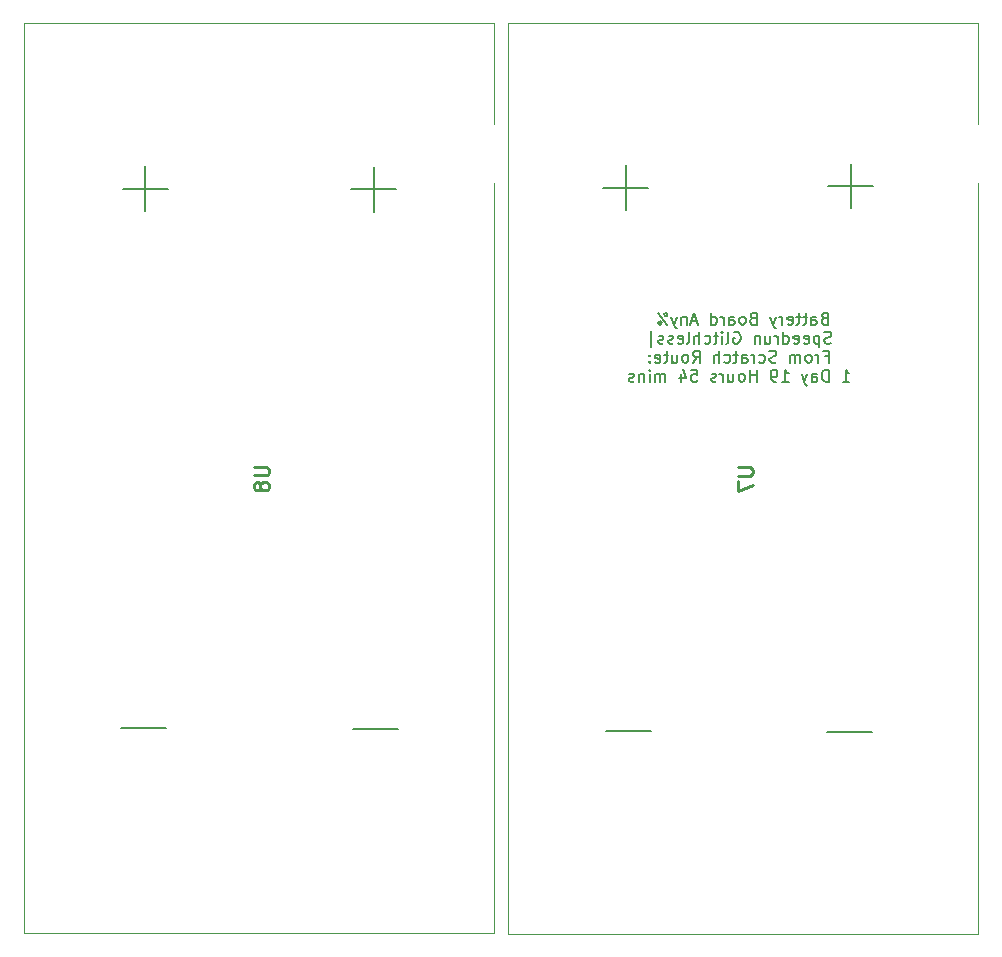
<source format=gbr>
%TF.GenerationSoftware,KiCad,Pcbnew,(6.0.7)*%
%TF.CreationDate,2023-03-29T01:01:16-07:00*%
%TF.ProjectId,battery_board_v1,62617474-6572-4795-9f62-6f6172645f76,rev?*%
%TF.SameCoordinates,Original*%
%TF.FileFunction,Legend,Bot*%
%TF.FilePolarity,Positive*%
%FSLAX46Y46*%
G04 Gerber Fmt 4.6, Leading zero omitted, Abs format (unit mm)*
G04 Created by KiCad (PCBNEW (6.0.7)) date 2023-03-29 01:01:16*
%MOMM*%
%LPD*%
G01*
G04 APERTURE LIST*
%ADD10C,0.150000*%
%ADD11C,0.254000*%
%ADD12C,0.100000*%
%ADD13C,0.500000*%
%ADD14C,4.770000*%
%ADD15C,5.325000*%
%ADD16C,3.570000*%
%ADD17C,1.980000*%
%ADD18C,5.000000*%
%ADD19C,2.000000*%
%ADD20R,1.700000X1.700000*%
%ADD21O,1.700000X1.700000*%
%ADD22R,1.508000X1.508000*%
%ADD23C,1.508000*%
%ADD24C,1.800000*%
G04 APERTURE END LIST*
D10*
X185954761Y-110882142D02*
X182145238Y-110882142D01*
X167254761Y-110757142D02*
X163445238Y-110757142D01*
X145829761Y-110632142D02*
X142020238Y-110632142D01*
X186029761Y-64632142D02*
X182220238Y-64632142D01*
X184125000Y-66536904D02*
X184125000Y-62727380D01*
X166979761Y-64782142D02*
X163170238Y-64782142D01*
X165075000Y-66686904D02*
X165075000Y-62877380D01*
X145654761Y-64907142D02*
X141845238Y-64907142D01*
X143750000Y-66811904D02*
X143750000Y-63002380D01*
X126279761Y-64873142D02*
X122470238Y-64873142D01*
X124375000Y-66777904D02*
X124375000Y-62968380D01*
X181889285Y-75838571D02*
X181746428Y-75886190D01*
X181698809Y-75933809D01*
X181651190Y-76029047D01*
X181651190Y-76171904D01*
X181698809Y-76267142D01*
X181746428Y-76314761D01*
X181841666Y-76362380D01*
X182222619Y-76362380D01*
X182222619Y-75362380D01*
X181889285Y-75362380D01*
X181794047Y-75410000D01*
X181746428Y-75457619D01*
X181698809Y-75552857D01*
X181698809Y-75648095D01*
X181746428Y-75743333D01*
X181794047Y-75790952D01*
X181889285Y-75838571D01*
X182222619Y-75838571D01*
X180794047Y-76362380D02*
X180794047Y-75838571D01*
X180841666Y-75743333D01*
X180936904Y-75695714D01*
X181127380Y-75695714D01*
X181222619Y-75743333D01*
X180794047Y-76314761D02*
X180889285Y-76362380D01*
X181127380Y-76362380D01*
X181222619Y-76314761D01*
X181270238Y-76219523D01*
X181270238Y-76124285D01*
X181222619Y-76029047D01*
X181127380Y-75981428D01*
X180889285Y-75981428D01*
X180794047Y-75933809D01*
X180460714Y-75695714D02*
X180079761Y-75695714D01*
X180317857Y-75362380D02*
X180317857Y-76219523D01*
X180270238Y-76314761D01*
X180175000Y-76362380D01*
X180079761Y-76362380D01*
X179889285Y-75695714D02*
X179508333Y-75695714D01*
X179746428Y-75362380D02*
X179746428Y-76219523D01*
X179698809Y-76314761D01*
X179603571Y-76362380D01*
X179508333Y-76362380D01*
X178794047Y-76314761D02*
X178889285Y-76362380D01*
X179079761Y-76362380D01*
X179175000Y-76314761D01*
X179222619Y-76219523D01*
X179222619Y-75838571D01*
X179175000Y-75743333D01*
X179079761Y-75695714D01*
X178889285Y-75695714D01*
X178794047Y-75743333D01*
X178746428Y-75838571D01*
X178746428Y-75933809D01*
X179222619Y-76029047D01*
X178317857Y-76362380D02*
X178317857Y-75695714D01*
X178317857Y-75886190D02*
X178270238Y-75790952D01*
X178222619Y-75743333D01*
X178127380Y-75695714D01*
X178032142Y-75695714D01*
X177794047Y-75695714D02*
X177555952Y-76362380D01*
X177317857Y-75695714D02*
X177555952Y-76362380D01*
X177651190Y-76600476D01*
X177698809Y-76648095D01*
X177794047Y-76695714D01*
X175841666Y-75838571D02*
X175698809Y-75886190D01*
X175651190Y-75933809D01*
X175603571Y-76029047D01*
X175603571Y-76171904D01*
X175651190Y-76267142D01*
X175698809Y-76314761D01*
X175794047Y-76362380D01*
X176175000Y-76362380D01*
X176175000Y-75362380D01*
X175841666Y-75362380D01*
X175746428Y-75410000D01*
X175698809Y-75457619D01*
X175651190Y-75552857D01*
X175651190Y-75648095D01*
X175698809Y-75743333D01*
X175746428Y-75790952D01*
X175841666Y-75838571D01*
X176175000Y-75838571D01*
X175032142Y-76362380D02*
X175127380Y-76314761D01*
X175175000Y-76267142D01*
X175222619Y-76171904D01*
X175222619Y-75886190D01*
X175175000Y-75790952D01*
X175127380Y-75743333D01*
X175032142Y-75695714D01*
X174889285Y-75695714D01*
X174794047Y-75743333D01*
X174746428Y-75790952D01*
X174698809Y-75886190D01*
X174698809Y-76171904D01*
X174746428Y-76267142D01*
X174794047Y-76314761D01*
X174889285Y-76362380D01*
X175032142Y-76362380D01*
X173841666Y-76362380D02*
X173841666Y-75838571D01*
X173889285Y-75743333D01*
X173984523Y-75695714D01*
X174175000Y-75695714D01*
X174270238Y-75743333D01*
X173841666Y-76314761D02*
X173936904Y-76362380D01*
X174175000Y-76362380D01*
X174270238Y-76314761D01*
X174317857Y-76219523D01*
X174317857Y-76124285D01*
X174270238Y-76029047D01*
X174175000Y-75981428D01*
X173936904Y-75981428D01*
X173841666Y-75933809D01*
X173365476Y-76362380D02*
X173365476Y-75695714D01*
X173365476Y-75886190D02*
X173317857Y-75790952D01*
X173270238Y-75743333D01*
X173175000Y-75695714D01*
X173079761Y-75695714D01*
X172317857Y-76362380D02*
X172317857Y-75362380D01*
X172317857Y-76314761D02*
X172413095Y-76362380D01*
X172603571Y-76362380D01*
X172698809Y-76314761D01*
X172746428Y-76267142D01*
X172794047Y-76171904D01*
X172794047Y-75886190D01*
X172746428Y-75790952D01*
X172698809Y-75743333D01*
X172603571Y-75695714D01*
X172413095Y-75695714D01*
X172317857Y-75743333D01*
X171127380Y-76076666D02*
X170651190Y-76076666D01*
X171222619Y-76362380D02*
X170889285Y-75362380D01*
X170555952Y-76362380D01*
X170222619Y-75695714D02*
X170222619Y-76362380D01*
X170222619Y-75790952D02*
X170175000Y-75743333D01*
X170079761Y-75695714D01*
X169936904Y-75695714D01*
X169841666Y-75743333D01*
X169794047Y-75838571D01*
X169794047Y-76362380D01*
X169413095Y-75695714D02*
X169175000Y-76362380D01*
X168936904Y-75695714D02*
X169175000Y-76362380D01*
X169270238Y-76600476D01*
X169317857Y-76648095D01*
X169413095Y-76695714D01*
X168603571Y-76362380D02*
X167841666Y-75362380D01*
X168460714Y-75362380D02*
X168365476Y-75410000D01*
X168317857Y-75505238D01*
X168365476Y-75600476D01*
X168460714Y-75648095D01*
X168555952Y-75600476D01*
X168603571Y-75505238D01*
X168555952Y-75410000D01*
X168460714Y-75362380D01*
X167889285Y-76314761D02*
X167841666Y-76219523D01*
X167889285Y-76124285D01*
X167984523Y-76076666D01*
X168079761Y-76124285D01*
X168127380Y-76219523D01*
X168079761Y-76314761D01*
X167984523Y-76362380D01*
X167889285Y-76314761D01*
X182460714Y-77924761D02*
X182317857Y-77972380D01*
X182079761Y-77972380D01*
X181984523Y-77924761D01*
X181936904Y-77877142D01*
X181889285Y-77781904D01*
X181889285Y-77686666D01*
X181936904Y-77591428D01*
X181984523Y-77543809D01*
X182079761Y-77496190D01*
X182270238Y-77448571D01*
X182365476Y-77400952D01*
X182413095Y-77353333D01*
X182460714Y-77258095D01*
X182460714Y-77162857D01*
X182413095Y-77067619D01*
X182365476Y-77020000D01*
X182270238Y-76972380D01*
X182032142Y-76972380D01*
X181889285Y-77020000D01*
X181460714Y-77305714D02*
X181460714Y-78305714D01*
X181460714Y-77353333D02*
X181365476Y-77305714D01*
X181175000Y-77305714D01*
X181079761Y-77353333D01*
X181032142Y-77400952D01*
X180984523Y-77496190D01*
X180984523Y-77781904D01*
X181032142Y-77877142D01*
X181079761Y-77924761D01*
X181175000Y-77972380D01*
X181365476Y-77972380D01*
X181460714Y-77924761D01*
X180175000Y-77924761D02*
X180270238Y-77972380D01*
X180460714Y-77972380D01*
X180555952Y-77924761D01*
X180603571Y-77829523D01*
X180603571Y-77448571D01*
X180555952Y-77353333D01*
X180460714Y-77305714D01*
X180270238Y-77305714D01*
X180175000Y-77353333D01*
X180127380Y-77448571D01*
X180127380Y-77543809D01*
X180603571Y-77639047D01*
X179317857Y-77924761D02*
X179413095Y-77972380D01*
X179603571Y-77972380D01*
X179698809Y-77924761D01*
X179746428Y-77829523D01*
X179746428Y-77448571D01*
X179698809Y-77353333D01*
X179603571Y-77305714D01*
X179413095Y-77305714D01*
X179317857Y-77353333D01*
X179270238Y-77448571D01*
X179270238Y-77543809D01*
X179746428Y-77639047D01*
X178413095Y-77972380D02*
X178413095Y-76972380D01*
X178413095Y-77924761D02*
X178508333Y-77972380D01*
X178698809Y-77972380D01*
X178794047Y-77924761D01*
X178841666Y-77877142D01*
X178889285Y-77781904D01*
X178889285Y-77496190D01*
X178841666Y-77400952D01*
X178794047Y-77353333D01*
X178698809Y-77305714D01*
X178508333Y-77305714D01*
X178413095Y-77353333D01*
X177936904Y-77972380D02*
X177936904Y-77305714D01*
X177936904Y-77496190D02*
X177889285Y-77400952D01*
X177841666Y-77353333D01*
X177746428Y-77305714D01*
X177651190Y-77305714D01*
X176889285Y-77305714D02*
X176889285Y-77972380D01*
X177317857Y-77305714D02*
X177317857Y-77829523D01*
X177270238Y-77924761D01*
X177175000Y-77972380D01*
X177032142Y-77972380D01*
X176936904Y-77924761D01*
X176889285Y-77877142D01*
X176413095Y-77305714D02*
X176413095Y-77972380D01*
X176413095Y-77400952D02*
X176365476Y-77353333D01*
X176270238Y-77305714D01*
X176127380Y-77305714D01*
X176032142Y-77353333D01*
X175984523Y-77448571D01*
X175984523Y-77972380D01*
X174222619Y-77020000D02*
X174317857Y-76972380D01*
X174460714Y-76972380D01*
X174603571Y-77020000D01*
X174698809Y-77115238D01*
X174746428Y-77210476D01*
X174794047Y-77400952D01*
X174794047Y-77543809D01*
X174746428Y-77734285D01*
X174698809Y-77829523D01*
X174603571Y-77924761D01*
X174460714Y-77972380D01*
X174365476Y-77972380D01*
X174222619Y-77924761D01*
X174175000Y-77877142D01*
X174175000Y-77543809D01*
X174365476Y-77543809D01*
X173603571Y-77972380D02*
X173698809Y-77924761D01*
X173746428Y-77829523D01*
X173746428Y-76972380D01*
X173222619Y-77972380D02*
X173222619Y-77305714D01*
X173222619Y-76972380D02*
X173270238Y-77020000D01*
X173222619Y-77067619D01*
X173175000Y-77020000D01*
X173222619Y-76972380D01*
X173222619Y-77067619D01*
X172889285Y-77305714D02*
X172508333Y-77305714D01*
X172746428Y-76972380D02*
X172746428Y-77829523D01*
X172698809Y-77924761D01*
X172603571Y-77972380D01*
X172508333Y-77972380D01*
X171746428Y-77924761D02*
X171841666Y-77972380D01*
X172032142Y-77972380D01*
X172127380Y-77924761D01*
X172175000Y-77877142D01*
X172222619Y-77781904D01*
X172222619Y-77496190D01*
X172175000Y-77400952D01*
X172127380Y-77353333D01*
X172032142Y-77305714D01*
X171841666Y-77305714D01*
X171746428Y-77353333D01*
X171317857Y-77972380D02*
X171317857Y-76972380D01*
X170889285Y-77972380D02*
X170889285Y-77448571D01*
X170936904Y-77353333D01*
X171032142Y-77305714D01*
X171175000Y-77305714D01*
X171270238Y-77353333D01*
X171317857Y-77400952D01*
X170270238Y-77972380D02*
X170365476Y-77924761D01*
X170413095Y-77829523D01*
X170413095Y-76972380D01*
X169508333Y-77924761D02*
X169603571Y-77972380D01*
X169794047Y-77972380D01*
X169889285Y-77924761D01*
X169936904Y-77829523D01*
X169936904Y-77448571D01*
X169889285Y-77353333D01*
X169794047Y-77305714D01*
X169603571Y-77305714D01*
X169508333Y-77353333D01*
X169460714Y-77448571D01*
X169460714Y-77543809D01*
X169936904Y-77639047D01*
X169079761Y-77924761D02*
X168984523Y-77972380D01*
X168794047Y-77972380D01*
X168698809Y-77924761D01*
X168651190Y-77829523D01*
X168651190Y-77781904D01*
X168698809Y-77686666D01*
X168794047Y-77639047D01*
X168936904Y-77639047D01*
X169032142Y-77591428D01*
X169079761Y-77496190D01*
X169079761Y-77448571D01*
X169032142Y-77353333D01*
X168936904Y-77305714D01*
X168794047Y-77305714D01*
X168698809Y-77353333D01*
X168270238Y-77924761D02*
X168175000Y-77972380D01*
X167984523Y-77972380D01*
X167889285Y-77924761D01*
X167841666Y-77829523D01*
X167841666Y-77781904D01*
X167889285Y-77686666D01*
X167984523Y-77639047D01*
X168127380Y-77639047D01*
X168222619Y-77591428D01*
X168270238Y-77496190D01*
X168270238Y-77448571D01*
X168222619Y-77353333D01*
X168127380Y-77305714D01*
X167984523Y-77305714D01*
X167889285Y-77353333D01*
X167175000Y-78305714D02*
X167175000Y-76877142D01*
X181913095Y-79058571D02*
X182246428Y-79058571D01*
X182246428Y-79582380D02*
X182246428Y-78582380D01*
X181770238Y-78582380D01*
X181389285Y-79582380D02*
X181389285Y-78915714D01*
X181389285Y-79106190D02*
X181341666Y-79010952D01*
X181294047Y-78963333D01*
X181198809Y-78915714D01*
X181103571Y-78915714D01*
X180627380Y-79582380D02*
X180722619Y-79534761D01*
X180770238Y-79487142D01*
X180817857Y-79391904D01*
X180817857Y-79106190D01*
X180770238Y-79010952D01*
X180722619Y-78963333D01*
X180627380Y-78915714D01*
X180484523Y-78915714D01*
X180389285Y-78963333D01*
X180341666Y-79010952D01*
X180294047Y-79106190D01*
X180294047Y-79391904D01*
X180341666Y-79487142D01*
X180389285Y-79534761D01*
X180484523Y-79582380D01*
X180627380Y-79582380D01*
X179865476Y-79582380D02*
X179865476Y-78915714D01*
X179865476Y-79010952D02*
X179817857Y-78963333D01*
X179722619Y-78915714D01*
X179579761Y-78915714D01*
X179484523Y-78963333D01*
X179436904Y-79058571D01*
X179436904Y-79582380D01*
X179436904Y-79058571D02*
X179389285Y-78963333D01*
X179294047Y-78915714D01*
X179151190Y-78915714D01*
X179055952Y-78963333D01*
X179008333Y-79058571D01*
X179008333Y-79582380D01*
X177817857Y-79534761D02*
X177675000Y-79582380D01*
X177436904Y-79582380D01*
X177341666Y-79534761D01*
X177294047Y-79487142D01*
X177246428Y-79391904D01*
X177246428Y-79296666D01*
X177294047Y-79201428D01*
X177341666Y-79153809D01*
X177436904Y-79106190D01*
X177627380Y-79058571D01*
X177722619Y-79010952D01*
X177770238Y-78963333D01*
X177817857Y-78868095D01*
X177817857Y-78772857D01*
X177770238Y-78677619D01*
X177722619Y-78630000D01*
X177627380Y-78582380D01*
X177389285Y-78582380D01*
X177246428Y-78630000D01*
X176389285Y-79534761D02*
X176484523Y-79582380D01*
X176675000Y-79582380D01*
X176770238Y-79534761D01*
X176817857Y-79487142D01*
X176865476Y-79391904D01*
X176865476Y-79106190D01*
X176817857Y-79010952D01*
X176770238Y-78963333D01*
X176675000Y-78915714D01*
X176484523Y-78915714D01*
X176389285Y-78963333D01*
X175960714Y-79582380D02*
X175960714Y-78915714D01*
X175960714Y-79106190D02*
X175913095Y-79010952D01*
X175865476Y-78963333D01*
X175770238Y-78915714D01*
X175675000Y-78915714D01*
X174913095Y-79582380D02*
X174913095Y-79058571D01*
X174960714Y-78963333D01*
X175055952Y-78915714D01*
X175246428Y-78915714D01*
X175341666Y-78963333D01*
X174913095Y-79534761D02*
X175008333Y-79582380D01*
X175246428Y-79582380D01*
X175341666Y-79534761D01*
X175389285Y-79439523D01*
X175389285Y-79344285D01*
X175341666Y-79249047D01*
X175246428Y-79201428D01*
X175008333Y-79201428D01*
X174913095Y-79153809D01*
X174579761Y-78915714D02*
X174198809Y-78915714D01*
X174436904Y-78582380D02*
X174436904Y-79439523D01*
X174389285Y-79534761D01*
X174294047Y-79582380D01*
X174198809Y-79582380D01*
X173436904Y-79534761D02*
X173532142Y-79582380D01*
X173722619Y-79582380D01*
X173817857Y-79534761D01*
X173865476Y-79487142D01*
X173913095Y-79391904D01*
X173913095Y-79106190D01*
X173865476Y-79010952D01*
X173817857Y-78963333D01*
X173722619Y-78915714D01*
X173532142Y-78915714D01*
X173436904Y-78963333D01*
X173008333Y-79582380D02*
X173008333Y-78582380D01*
X172579761Y-79582380D02*
X172579761Y-79058571D01*
X172627380Y-78963333D01*
X172722619Y-78915714D01*
X172865476Y-78915714D01*
X172960714Y-78963333D01*
X173008333Y-79010952D01*
X170770238Y-79582380D02*
X171103571Y-79106190D01*
X171341666Y-79582380D02*
X171341666Y-78582380D01*
X170960714Y-78582380D01*
X170865476Y-78630000D01*
X170817857Y-78677619D01*
X170770238Y-78772857D01*
X170770238Y-78915714D01*
X170817857Y-79010952D01*
X170865476Y-79058571D01*
X170960714Y-79106190D01*
X171341666Y-79106190D01*
X170198809Y-79582380D02*
X170294047Y-79534761D01*
X170341666Y-79487142D01*
X170389285Y-79391904D01*
X170389285Y-79106190D01*
X170341666Y-79010952D01*
X170294047Y-78963333D01*
X170198809Y-78915714D01*
X170055952Y-78915714D01*
X169960714Y-78963333D01*
X169913095Y-79010952D01*
X169865476Y-79106190D01*
X169865476Y-79391904D01*
X169913095Y-79487142D01*
X169960714Y-79534761D01*
X170055952Y-79582380D01*
X170198809Y-79582380D01*
X169008333Y-78915714D02*
X169008333Y-79582380D01*
X169436904Y-78915714D02*
X169436904Y-79439523D01*
X169389285Y-79534761D01*
X169294047Y-79582380D01*
X169151190Y-79582380D01*
X169055952Y-79534761D01*
X169008333Y-79487142D01*
X168675000Y-78915714D02*
X168294047Y-78915714D01*
X168532142Y-78582380D02*
X168532142Y-79439523D01*
X168484523Y-79534761D01*
X168389285Y-79582380D01*
X168294047Y-79582380D01*
X167579761Y-79534761D02*
X167675000Y-79582380D01*
X167865476Y-79582380D01*
X167960714Y-79534761D01*
X168008333Y-79439523D01*
X168008333Y-79058571D01*
X167960714Y-78963333D01*
X167865476Y-78915714D01*
X167675000Y-78915714D01*
X167579761Y-78963333D01*
X167532142Y-79058571D01*
X167532142Y-79153809D01*
X168008333Y-79249047D01*
X167103571Y-79487142D02*
X167055952Y-79534761D01*
X167103571Y-79582380D01*
X167151190Y-79534761D01*
X167103571Y-79487142D01*
X167103571Y-79582380D01*
X167103571Y-78963333D02*
X167055952Y-79010952D01*
X167103571Y-79058571D01*
X167151190Y-79010952D01*
X167103571Y-78963333D01*
X167103571Y-79058571D01*
X183436904Y-81192380D02*
X184008333Y-81192380D01*
X183722619Y-81192380D02*
X183722619Y-80192380D01*
X183817857Y-80335238D01*
X183913095Y-80430476D01*
X184008333Y-80478095D01*
X182246428Y-81192380D02*
X182246428Y-80192380D01*
X182008333Y-80192380D01*
X181865476Y-80240000D01*
X181770238Y-80335238D01*
X181722619Y-80430476D01*
X181675000Y-80620952D01*
X181675000Y-80763809D01*
X181722619Y-80954285D01*
X181770238Y-81049523D01*
X181865476Y-81144761D01*
X182008333Y-81192380D01*
X182246428Y-81192380D01*
X180817857Y-81192380D02*
X180817857Y-80668571D01*
X180865476Y-80573333D01*
X180960714Y-80525714D01*
X181151190Y-80525714D01*
X181246428Y-80573333D01*
X180817857Y-81144761D02*
X180913095Y-81192380D01*
X181151190Y-81192380D01*
X181246428Y-81144761D01*
X181294047Y-81049523D01*
X181294047Y-80954285D01*
X181246428Y-80859047D01*
X181151190Y-80811428D01*
X180913095Y-80811428D01*
X180817857Y-80763809D01*
X180436904Y-80525714D02*
X180198809Y-81192380D01*
X179960714Y-80525714D02*
X180198809Y-81192380D01*
X180294047Y-81430476D01*
X180341666Y-81478095D01*
X180436904Y-81525714D01*
X178294047Y-81192380D02*
X178865476Y-81192380D01*
X178579761Y-81192380D02*
X178579761Y-80192380D01*
X178675000Y-80335238D01*
X178770238Y-80430476D01*
X178865476Y-80478095D01*
X177817857Y-81192380D02*
X177627380Y-81192380D01*
X177532142Y-81144761D01*
X177484523Y-81097142D01*
X177389285Y-80954285D01*
X177341666Y-80763809D01*
X177341666Y-80382857D01*
X177389285Y-80287619D01*
X177436904Y-80240000D01*
X177532142Y-80192380D01*
X177722619Y-80192380D01*
X177817857Y-80240000D01*
X177865476Y-80287619D01*
X177913095Y-80382857D01*
X177913095Y-80620952D01*
X177865476Y-80716190D01*
X177817857Y-80763809D01*
X177722619Y-80811428D01*
X177532142Y-80811428D01*
X177436904Y-80763809D01*
X177389285Y-80716190D01*
X177341666Y-80620952D01*
X176151190Y-81192380D02*
X176151190Y-80192380D01*
X176151190Y-80668571D02*
X175579761Y-80668571D01*
X175579761Y-81192380D02*
X175579761Y-80192380D01*
X174960714Y-81192380D02*
X175055952Y-81144761D01*
X175103571Y-81097142D01*
X175151190Y-81001904D01*
X175151190Y-80716190D01*
X175103571Y-80620952D01*
X175055952Y-80573333D01*
X174960714Y-80525714D01*
X174817857Y-80525714D01*
X174722619Y-80573333D01*
X174675000Y-80620952D01*
X174627380Y-80716190D01*
X174627380Y-81001904D01*
X174675000Y-81097142D01*
X174722619Y-81144761D01*
X174817857Y-81192380D01*
X174960714Y-81192380D01*
X173770238Y-80525714D02*
X173770238Y-81192380D01*
X174198809Y-80525714D02*
X174198809Y-81049523D01*
X174151190Y-81144761D01*
X174055952Y-81192380D01*
X173913095Y-81192380D01*
X173817857Y-81144761D01*
X173770238Y-81097142D01*
X173294047Y-81192380D02*
X173294047Y-80525714D01*
X173294047Y-80716190D02*
X173246428Y-80620952D01*
X173198809Y-80573333D01*
X173103571Y-80525714D01*
X173008333Y-80525714D01*
X172722619Y-81144761D02*
X172627380Y-81192380D01*
X172436904Y-81192380D01*
X172341666Y-81144761D01*
X172294047Y-81049523D01*
X172294047Y-81001904D01*
X172341666Y-80906666D01*
X172436904Y-80859047D01*
X172579761Y-80859047D01*
X172675000Y-80811428D01*
X172722619Y-80716190D01*
X172722619Y-80668571D01*
X172675000Y-80573333D01*
X172579761Y-80525714D01*
X172436904Y-80525714D01*
X172341666Y-80573333D01*
X170627380Y-80192380D02*
X171103571Y-80192380D01*
X171151190Y-80668571D01*
X171103571Y-80620952D01*
X171008333Y-80573333D01*
X170770238Y-80573333D01*
X170675000Y-80620952D01*
X170627380Y-80668571D01*
X170579761Y-80763809D01*
X170579761Y-81001904D01*
X170627380Y-81097142D01*
X170675000Y-81144761D01*
X170770238Y-81192380D01*
X171008333Y-81192380D01*
X171103571Y-81144761D01*
X171151190Y-81097142D01*
X169722619Y-80525714D02*
X169722619Y-81192380D01*
X169960714Y-80144761D02*
X170198809Y-80859047D01*
X169579761Y-80859047D01*
X168436904Y-81192380D02*
X168436904Y-80525714D01*
X168436904Y-80620952D02*
X168389285Y-80573333D01*
X168294047Y-80525714D01*
X168151190Y-80525714D01*
X168055952Y-80573333D01*
X168008333Y-80668571D01*
X168008333Y-81192380D01*
X168008333Y-80668571D02*
X167960714Y-80573333D01*
X167865476Y-80525714D01*
X167722619Y-80525714D01*
X167627380Y-80573333D01*
X167579761Y-80668571D01*
X167579761Y-81192380D01*
X167103571Y-81192380D02*
X167103571Y-80525714D01*
X167103571Y-80192380D02*
X167151190Y-80240000D01*
X167103571Y-80287619D01*
X167055952Y-80240000D01*
X167103571Y-80192380D01*
X167103571Y-80287619D01*
X166627380Y-80525714D02*
X166627380Y-81192380D01*
X166627380Y-80620952D02*
X166579761Y-80573333D01*
X166484523Y-80525714D01*
X166341666Y-80525714D01*
X166246428Y-80573333D01*
X166198809Y-80668571D01*
X166198809Y-81192380D01*
X165770238Y-81144761D02*
X165675000Y-81192380D01*
X165484523Y-81192380D01*
X165389285Y-81144761D01*
X165341666Y-81049523D01*
X165341666Y-81001904D01*
X165389285Y-80906666D01*
X165484523Y-80859047D01*
X165627380Y-80859047D01*
X165722619Y-80811428D01*
X165770238Y-80716190D01*
X165770238Y-80668571D01*
X165722619Y-80573333D01*
X165627380Y-80525714D01*
X165484523Y-80525714D01*
X165389285Y-80573333D01*
X126179761Y-110482142D02*
X122370238Y-110482142D01*
D11*
%TO.C,U7*%
X174545523Y-88432380D02*
X175573619Y-88432380D01*
X175694571Y-88492857D01*
X175755047Y-88553333D01*
X175815523Y-88674285D01*
X175815523Y-88916190D01*
X175755047Y-89037142D01*
X175694571Y-89097619D01*
X175573619Y-89158095D01*
X174545523Y-89158095D01*
X174545523Y-89641904D02*
X174545523Y-90488571D01*
X175815523Y-89944285D01*
%TO.C,U8*%
X133604023Y-88407380D02*
X134632119Y-88407380D01*
X134753071Y-88467857D01*
X134813547Y-88528333D01*
X134874023Y-88649285D01*
X134874023Y-88891190D01*
X134813547Y-89012142D01*
X134753071Y-89072619D01*
X134632119Y-89133095D01*
X133604023Y-89133095D01*
X134148309Y-89919285D02*
X134087833Y-89798333D01*
X134027357Y-89737857D01*
X133906404Y-89677380D01*
X133845928Y-89677380D01*
X133724976Y-89737857D01*
X133664500Y-89798333D01*
X133604023Y-89919285D01*
X133604023Y-90161190D01*
X133664500Y-90282142D01*
X133724976Y-90342619D01*
X133845928Y-90403095D01*
X133906404Y-90403095D01*
X134027357Y-90342619D01*
X134087833Y-90282142D01*
X134148309Y-90161190D01*
X134148309Y-89919285D01*
X134208785Y-89798333D01*
X134269261Y-89737857D01*
X134390214Y-89677380D01*
X134632119Y-89677380D01*
X134753071Y-89737857D01*
X134813547Y-89798333D01*
X134874023Y-89919285D01*
X134874023Y-90161190D01*
X134813547Y-90282142D01*
X134753071Y-90342619D01*
X134632119Y-90403095D01*
X134390214Y-90403095D01*
X134269261Y-90342619D01*
X134208785Y-90282142D01*
X134148309Y-90161190D01*
D12*
%TO.C,U7*%
X194890000Y-50870000D02*
X155110000Y-50870000D01*
X155110000Y-50870000D02*
X155110000Y-127930000D01*
X194890000Y-127930000D02*
X194890000Y-64400000D01*
X155110000Y-127930000D02*
X194890000Y-127930000D01*
X194890000Y-50900000D02*
X194890000Y-50870000D01*
X194890000Y-59400000D02*
X194890000Y-50900000D01*
%TO.C,U8*%
X153948500Y-59375000D02*
X153948500Y-50875000D01*
X153948500Y-50875000D02*
X153948500Y-50845000D01*
X153948500Y-50845000D02*
X114168500Y-50845000D01*
X114168500Y-50845000D02*
X114168500Y-127905000D01*
X114168500Y-127905000D02*
X153948500Y-127905000D01*
X153948500Y-127905000D02*
X153948500Y-64375000D01*
%TD*%
%LPC*%
D13*
X158278057Y-44737542D02*
X156420914Y-44737542D01*
X157420914Y-45880400D01*
X156992342Y-45880400D01*
X156706628Y-46023257D01*
X156563771Y-46166114D01*
X156420914Y-46451828D01*
X156420914Y-47166114D01*
X156563771Y-47451828D01*
X156706628Y-47594685D01*
X156992342Y-47737542D01*
X157849485Y-47737542D01*
X158135200Y-47594685D01*
X158278057Y-47451828D01*
X155135200Y-47737542D02*
X155135200Y-44737542D01*
X153992342Y-44737542D01*
X153706628Y-44880400D01*
X153563771Y-45023257D01*
X153420914Y-45308971D01*
X153420914Y-45737542D01*
X153563771Y-46023257D01*
X153706628Y-46166114D01*
X153992342Y-46308971D01*
X155135200Y-46308971D01*
X152420914Y-45737542D02*
X151706628Y-47737542D01*
X150992342Y-45737542D02*
X151706628Y-47737542D01*
X151992342Y-48451828D01*
X152135200Y-48594685D01*
X152420914Y-48737542D01*
X150279028Y-43392838D02*
X150183790Y-43297600D01*
X149993314Y-43202361D01*
X149517123Y-43202361D01*
X149326647Y-43297600D01*
X149231409Y-43392838D01*
X149136171Y-43583314D01*
X149136171Y-43773790D01*
X149231409Y-44059504D01*
X150374266Y-45202361D01*
X149136171Y-45202361D01*
%TO.C,G\u002A\u002A\u002A*%
G36*
X134177834Y-43266698D02*
G01*
X134185149Y-43684884D01*
X133463599Y-43690775D01*
X132742048Y-43696667D01*
X132742048Y-43875226D01*
X134996354Y-43897546D01*
X135123981Y-43957364D01*
X135176190Y-43983977D01*
X135335174Y-44096820D01*
X135467032Y-44243909D01*
X135570161Y-44423158D01*
X135642958Y-44632481D01*
X135702482Y-44919058D01*
X135733980Y-45244052D01*
X135724999Y-45568413D01*
X135675777Y-45901395D01*
X135626719Y-46104582D01*
X135553729Y-46313444D01*
X135464650Y-46483351D01*
X135358188Y-46616232D01*
X135233052Y-46714017D01*
X135087948Y-46778633D01*
X135041555Y-46788499D01*
X134949178Y-46798833D01*
X134828713Y-46805832D01*
X134689456Y-46808794D01*
X134382558Y-46810287D01*
X134382558Y-46446699D01*
X134381656Y-46329933D01*
X134375611Y-46167471D01*
X134362680Y-46035404D01*
X134341468Y-45925011D01*
X134310581Y-45827569D01*
X134268623Y-45734355D01*
X134263248Y-45724149D01*
X134186470Y-45613676D01*
X134080453Y-45503595D01*
X133957689Y-45405422D01*
X133830673Y-45330673D01*
X133679483Y-45259057D01*
X132764368Y-45247897D01*
X132554995Y-45245299D01*
X132365757Y-45242702D01*
X132212431Y-45240072D01*
X132090468Y-45237128D01*
X131995320Y-45233590D01*
X131922441Y-45229175D01*
X131867281Y-45223603D01*
X131825293Y-45216592D01*
X131791930Y-45207862D01*
X131762642Y-45197130D01*
X131732884Y-45184117D01*
X131641980Y-45130922D01*
X131531177Y-45037099D01*
X131433520Y-44924420D01*
X131362218Y-44806348D01*
X131355691Y-44791967D01*
X131344564Y-44764341D01*
X131335591Y-44733876D01*
X131328541Y-44695926D01*
X131323182Y-44645848D01*
X131319282Y-44578996D01*
X131316611Y-44490727D01*
X131314937Y-44376396D01*
X131314027Y-44231358D01*
X131313651Y-44050970D01*
X131313577Y-43830586D01*
X131313577Y-42995509D01*
X133294158Y-42995509D01*
X133295075Y-43091202D01*
X133334097Y-43190233D01*
X133337537Y-43195633D01*
X133391433Y-43254372D01*
X133456056Y-43296252D01*
X133510034Y-43315148D01*
X133603173Y-43323385D01*
X133685477Y-43291419D01*
X133765002Y-43217187D01*
X133773521Y-43206835D01*
X133811415Y-43147228D01*
X133826816Y-43082427D01*
X133824760Y-42993591D01*
X133816954Y-42946373D01*
X133779638Y-42873796D01*
X133705958Y-42813921D01*
X133645516Y-42785332D01*
X133548322Y-42770814D01*
X133458428Y-42790807D01*
X133381995Y-42839077D01*
X133325185Y-42909390D01*
X133294158Y-42995509D01*
X131313577Y-42995509D01*
X131313577Y-42960111D01*
X131368208Y-42849094D01*
X131377753Y-42830480D01*
X131475330Y-42690870D01*
X131605919Y-42569998D01*
X131759923Y-42476982D01*
X131844590Y-42441727D01*
X131974093Y-42402468D01*
X132123703Y-42373357D01*
X132299424Y-42353558D01*
X132507258Y-42342232D01*
X132753208Y-42338544D01*
X132823033Y-42338842D01*
X133124799Y-42349293D01*
X133385789Y-42374912D01*
X133607119Y-42416029D01*
X133789900Y-42472971D01*
X133935248Y-42546069D01*
X134044274Y-42635651D01*
X134118093Y-42742047D01*
X134133522Y-42775220D01*
X134148213Y-42815640D01*
X134158821Y-42862460D01*
X134166216Y-42923328D01*
X134171269Y-43005892D01*
X134173719Y-43082427D01*
X134174852Y-43117799D01*
X134177834Y-43266698D01*
G37*
G36*
X134168750Y-47670551D02*
G01*
X134162105Y-47712251D01*
X134153454Y-47745187D01*
X134142529Y-47774160D01*
X134129064Y-47803974D01*
X134065118Y-47905777D01*
X133967558Y-48012098D01*
X133850149Y-48107773D01*
X133724809Y-48181667D01*
X133631458Y-48220551D01*
X133496912Y-48266868D01*
X133348732Y-48310428D01*
X133203263Y-48346476D01*
X133076846Y-48370256D01*
X133068312Y-48371466D01*
X132840520Y-48390257D01*
X132606720Y-48385769D01*
X132373951Y-48359764D01*
X132149255Y-48314004D01*
X131939672Y-48250250D01*
X131752244Y-48170265D01*
X131594011Y-48075811D01*
X131472014Y-47968650D01*
X131466726Y-47962730D01*
X131407178Y-47887968D01*
X131363485Y-47811690D01*
X131333405Y-47725322D01*
X131324388Y-47674699D01*
X131664398Y-47674699D01*
X131687433Y-47762271D01*
X131740949Y-47838319D01*
X131826706Y-47894144D01*
X131858081Y-47906053D01*
X131956139Y-47922501D01*
X132041838Y-47898331D01*
X132123205Y-47831856D01*
X132154076Y-47792557D01*
X132193437Y-47699596D01*
X132197508Y-47603798D01*
X132169900Y-47513965D01*
X132114222Y-47438899D01*
X132034084Y-47387405D01*
X131933097Y-47368284D01*
X131841861Y-47383186D01*
X131760575Y-47429847D01*
X131702729Y-47499787D01*
X131670083Y-47584304D01*
X131664398Y-47674699D01*
X131324388Y-47674699D01*
X131314695Y-47620285D01*
X131305113Y-47488004D01*
X131302417Y-47319902D01*
X131302417Y-47011784D01*
X132022233Y-47005895D01*
X132742048Y-47000006D01*
X132748912Y-46905147D01*
X132755775Y-46810287D01*
X131620230Y-46810287D01*
X131547363Y-46810286D01*
X131284559Y-46810152D01*
X131061617Y-46809475D01*
X130874722Y-46807814D01*
X130720056Y-46804727D01*
X130593804Y-46799771D01*
X130492148Y-46792505D01*
X130411273Y-46782486D01*
X130347361Y-46769272D01*
X130296597Y-46752421D01*
X130255164Y-46731491D01*
X130219245Y-46706039D01*
X130185024Y-46675623D01*
X130148684Y-46639802D01*
X130102874Y-46588496D01*
X130011475Y-46451410D01*
X129929621Y-46282593D01*
X129859771Y-46090541D01*
X129804382Y-45883753D01*
X129765912Y-45670727D01*
X129746820Y-45459958D01*
X129749562Y-45259946D01*
X129765360Y-45095330D01*
X129803607Y-44843687D01*
X129856202Y-44614324D01*
X129921644Y-44411608D01*
X129998435Y-44239905D01*
X130085073Y-44103580D01*
X130180059Y-44007001D01*
X130202399Y-43990414D01*
X130262161Y-43952307D01*
X130324803Y-43924824D01*
X130398666Y-43906277D01*
X130492091Y-43894978D01*
X130613420Y-43889237D01*
X130770994Y-43887365D01*
X131121206Y-43886386D01*
X131128112Y-44316043D01*
X131135019Y-44745700D01*
X131206634Y-44896891D01*
X131266996Y-45005915D01*
X131392445Y-45162441D01*
X131546112Y-45286832D01*
X131723495Y-45375752D01*
X131920095Y-45425864D01*
X131958992Y-45429737D01*
X132046187Y-45434684D01*
X132166866Y-45439099D01*
X132314592Y-45442826D01*
X132482926Y-45445711D01*
X132665429Y-45447598D01*
X132855663Y-45448334D01*
X133638873Y-45448776D01*
X133775708Y-45517153D01*
X133799685Y-45529685D01*
X133942756Y-45630887D01*
X134057369Y-45760102D01*
X134136295Y-45909467D01*
X134146597Y-45938601D01*
X134156441Y-45973235D01*
X134164251Y-46013451D01*
X134170261Y-46064130D01*
X134174700Y-46130154D01*
X134177802Y-46216407D01*
X134179797Y-46327770D01*
X134180918Y-46469126D01*
X134181395Y-46645357D01*
X134181461Y-46861344D01*
X134181426Y-46967333D01*
X134181215Y-47162480D01*
X134180600Y-47320046D01*
X134179312Y-47444833D01*
X134177086Y-47541645D01*
X134174189Y-47603798D01*
X134173654Y-47615283D01*
X134168750Y-47670551D01*
G37*
G36*
X153408491Y-131972817D02*
G01*
X153470377Y-131973195D01*
X153525153Y-131973948D01*
X153569723Y-131975090D01*
X153600995Y-131976633D01*
X153615876Y-131978591D01*
X153619107Y-131980925D01*
X153622430Y-131987484D01*
X153625112Y-131999768D01*
X153627221Y-132019541D01*
X153628824Y-132048566D01*
X153629985Y-132088605D01*
X153630773Y-132141421D01*
X153631253Y-132208776D01*
X153631493Y-132292435D01*
X153631558Y-132394158D01*
X153631549Y-132424742D01*
X153631347Y-132525421D01*
X153630849Y-132608128D01*
X153630009Y-132674323D01*
X153628784Y-132725466D01*
X153627131Y-132763016D01*
X153625006Y-132788434D01*
X153622365Y-132803178D01*
X153619165Y-132808708D01*
X153618967Y-132808782D01*
X153604128Y-132810556D01*
X153572865Y-132811974D01*
X153528197Y-132813044D01*
X153473146Y-132813776D01*
X153410732Y-132814181D01*
X153343978Y-132814267D01*
X153275903Y-132814045D01*
X153209529Y-132813524D01*
X153147876Y-132812713D01*
X153093967Y-132811622D01*
X153050821Y-132810261D01*
X153021460Y-132808640D01*
X153008905Y-132806767D01*
X153004601Y-132802094D01*
X152999088Y-132779848D01*
X152998991Y-132739998D01*
X153002011Y-132681433D01*
X153477889Y-132671519D01*
X153477889Y-132453408D01*
X153051581Y-132443494D01*
X153048630Y-132381531D01*
X153047589Y-132352067D01*
X153047529Y-132327692D01*
X153048630Y-132317588D01*
X153050378Y-132317324D01*
X153067476Y-132316348D01*
X153100375Y-132315043D01*
X153146161Y-132313508D01*
X153201919Y-132311844D01*
X153264735Y-132310152D01*
X153477889Y-132304696D01*
X153480724Y-132208217D01*
X153483560Y-132111738D01*
X153252699Y-132109076D01*
X153021839Y-132106414D01*
X153018819Y-132047849D01*
X153018207Y-132027659D01*
X153020711Y-131995912D01*
X153028733Y-131981080D01*
X153035995Y-131979582D01*
X153061051Y-131977699D01*
X153100648Y-131976100D01*
X153151693Y-131974798D01*
X153211094Y-131973805D01*
X153275756Y-131973135D01*
X153342586Y-131972802D01*
X153408491Y-131972817D01*
G37*
G36*
X158356453Y-133308815D02*
G01*
X158354768Y-133347424D01*
X158352833Y-133374723D01*
X158350626Y-133391812D01*
X158348125Y-133399792D01*
X158347380Y-133400779D01*
X158335365Y-133414474D01*
X158311742Y-133440087D01*
X158278387Y-133475632D01*
X158237174Y-133519118D01*
X158189979Y-133568558D01*
X158138675Y-133621963D01*
X157941565Y-133826515D01*
X156953683Y-133826515D01*
X156836746Y-133904378D01*
X156834233Y-133906051D01*
X156793630Y-133932996D01*
X156740175Y-133968356D01*
X156677325Y-134009850D01*
X156608540Y-134055195D01*
X156537278Y-134102111D01*
X156466999Y-134148314D01*
X156449667Y-134159703D01*
X156383991Y-134202914D01*
X156321744Y-134243953D01*
X156265558Y-134281079D01*
X156218061Y-134312553D01*
X156181885Y-134336635D01*
X156159661Y-134351585D01*
X156131724Y-134370071D01*
X156106897Y-134385363D01*
X156092742Y-134392680D01*
X156085211Y-134393016D01*
X156058799Y-134393387D01*
X156014463Y-134393708D01*
X155953251Y-134393979D01*
X155876216Y-134394200D01*
X155784409Y-134394370D01*
X155678881Y-134394488D01*
X155560683Y-134394555D01*
X155430865Y-134394569D01*
X155290480Y-134394529D01*
X155140578Y-134394437D01*
X154982211Y-134394290D01*
X154816428Y-134394088D01*
X154644283Y-134393831D01*
X154466824Y-134393518D01*
X152853299Y-134390458D01*
X152788768Y-134324119D01*
X152761976Y-134296343D01*
X152724478Y-134257122D01*
X152680261Y-134210635D01*
X152632789Y-134160527D01*
X152585529Y-134110440D01*
X152551896Y-134074770D01*
X152511218Y-134030941D01*
X152481114Y-133995729D01*
X152459978Y-133965446D01*
X152446206Y-133936399D01*
X152438195Y-133904898D01*
X152434340Y-133867253D01*
X152433037Y-133819774D01*
X152432683Y-133758769D01*
X152432446Y-133733668D01*
X152431215Y-133687883D01*
X152428826Y-133658615D01*
X152425025Y-133643549D01*
X152419556Y-133640374D01*
X152417286Y-133642010D01*
X152404332Y-133656578D01*
X152382654Y-133684119D01*
X152354082Y-133722211D01*
X152320447Y-133768430D01*
X152283578Y-133820356D01*
X152159994Y-133996457D01*
X151822571Y-133990235D01*
X151762904Y-133989073D01*
X151686259Y-133987392D01*
X151617158Y-133985663D01*
X151558057Y-133983958D01*
X151511413Y-133982350D01*
X151479682Y-133980910D01*
X151465321Y-133979712D01*
X151461273Y-133978245D01*
X151444019Y-133963087D01*
X151428533Y-133938142D01*
X151424475Y-133929328D01*
X151411361Y-133901182D01*
X151392015Y-133859880D01*
X151367875Y-133808490D01*
X151340383Y-133750079D01*
X151310979Y-133687717D01*
X151296215Y-133656425D01*
X151266359Y-133593091D01*
X151238452Y-133533824D01*
X151214124Y-133482089D01*
X151195005Y-133441352D01*
X151182725Y-133415079D01*
X151169090Y-133385868D01*
X151148469Y-133341879D01*
X151124858Y-133291648D01*
X151101142Y-133241320D01*
X151047218Y-133127045D01*
X151046420Y-132968278D01*
X151490106Y-132968278D01*
X151604353Y-133236292D01*
X151612246Y-133254794D01*
X151641069Y-133322117D01*
X151667363Y-133383168D01*
X151690086Y-133435549D01*
X151708194Y-133476865D01*
X151720646Y-133504719D01*
X151726397Y-133516715D01*
X151740549Y-133523705D01*
X151773984Y-133528783D01*
X151825928Y-133531587D01*
X151917664Y-133534048D01*
X151969522Y-133449778D01*
X151987442Y-133420551D01*
X152019145Y-133368542D01*
X152052924Y-133312850D01*
X152083959Y-133261410D01*
X152084253Y-133260920D01*
X152109433Y-133219876D01*
X152131877Y-133184802D01*
X152149147Y-133159406D01*
X152158810Y-133147397D01*
X152167420Y-133145983D01*
X152193619Y-133144772D01*
X152234466Y-133144051D01*
X152287143Y-133143781D01*
X152348828Y-133143921D01*
X152416703Y-133144432D01*
X152487947Y-133145274D01*
X152559742Y-133146407D01*
X152629266Y-133147791D01*
X152693702Y-133149387D01*
X152750228Y-133151153D01*
X152796025Y-133153052D01*
X152828273Y-133155042D01*
X152844153Y-133157084D01*
X152846570Y-133161865D01*
X152850482Y-133185325D01*
X152854538Y-133227911D01*
X152858707Y-133289197D01*
X152862956Y-133368756D01*
X152867254Y-133466161D01*
X152879673Y-133771988D01*
X152940842Y-133833725D01*
X152948611Y-133841486D01*
X152982055Y-133873403D01*
X153013773Y-133901647D01*
X153037804Y-133920863D01*
X153073597Y-133946262D01*
X153360013Y-133943756D01*
X153365285Y-133943710D01*
X153416347Y-133943278D01*
X153485334Y-133942711D01*
X153570562Y-133942023D01*
X153670348Y-133941227D01*
X153783009Y-133940336D01*
X153906862Y-133939363D01*
X154040224Y-133938321D01*
X154181412Y-133937224D01*
X154328743Y-133936085D01*
X154480534Y-133934916D01*
X154635102Y-133933732D01*
X154790763Y-133932545D01*
X154956463Y-133931269D01*
X155114624Y-133930008D01*
X155255059Y-133928822D01*
X155378850Y-133927688D01*
X155487082Y-133926583D01*
X155580837Y-133925483D01*
X155661198Y-133924365D01*
X155729250Y-133923205D01*
X155786075Y-133921980D01*
X155832757Y-133920665D01*
X155870379Y-133919238D01*
X155900024Y-133917675D01*
X155922777Y-133915953D01*
X155939720Y-133914047D01*
X155951937Y-133911935D01*
X155960510Y-133909592D01*
X155966525Y-133906996D01*
X155976113Y-133901648D01*
X156004711Y-133884835D01*
X156041626Y-133862453D01*
X156081285Y-133837858D01*
X156100781Y-133825653D01*
X156145750Y-133797619D01*
X156199583Y-133764164D01*
X156257152Y-133728472D01*
X156313330Y-133693729D01*
X156317295Y-133691280D01*
X156374211Y-133656081D01*
X156442025Y-133614074D01*
X156515251Y-133568661D01*
X156588404Y-133523243D01*
X156655998Y-133481223D01*
X156849954Y-133360551D01*
X157112048Y-133359593D01*
X157149791Y-133359401D01*
X157237807Y-133358614D01*
X157329500Y-133357401D01*
X157418995Y-133355857D01*
X157500414Y-133354077D01*
X157567881Y-133352158D01*
X157761621Y-133345680D01*
X157894623Y-133226710D01*
X157894171Y-131645407D01*
X157893720Y-130064103D01*
X157814945Y-129981001D01*
X157736170Y-129897898D01*
X157086632Y-129901304D01*
X156863647Y-129677844D01*
X156640661Y-129454384D01*
X154208946Y-129454384D01*
X153967344Y-129704542D01*
X153936518Y-129736458D01*
X153872465Y-129802758D01*
X153808365Y-129869087D01*
X153746982Y-129932588D01*
X153691080Y-129990401D01*
X153643422Y-130039667D01*
X153606773Y-130077526D01*
X153487803Y-130200352D01*
X153183995Y-130195435D01*
X153152245Y-130194955D01*
X153078664Y-130194121D01*
X153012426Y-130193750D01*
X152956025Y-130193834D01*
X152911958Y-130194362D01*
X152882722Y-130195324D01*
X152870814Y-130196709D01*
X152870722Y-130196781D01*
X152867878Y-130208601D01*
X152864634Y-130237520D01*
X152861177Y-130280913D01*
X152857691Y-130336153D01*
X152854364Y-130400613D01*
X152851380Y-130471668D01*
X152851317Y-130473347D01*
X152848405Y-130544614D01*
X152845307Y-130609523D01*
X152842187Y-130665383D01*
X152839208Y-130709501D01*
X152836535Y-130739185D01*
X152834331Y-130751743D01*
X152833375Y-130752655D01*
X152820993Y-130755995D01*
X152794243Y-130758640D01*
X152752033Y-130760628D01*
X152693273Y-130761999D01*
X152616872Y-130762793D01*
X152521740Y-130763049D01*
X152216137Y-130763049D01*
X152160893Y-130676301D01*
X152139065Y-130641860D01*
X152105744Y-130588914D01*
X152070509Y-130532606D01*
X152038100Y-130480497D01*
X151970551Y-130371441D01*
X151904012Y-130368514D01*
X151897928Y-130368268D01*
X151852861Y-130368953D01*
X151821028Y-130376397D01*
X151796918Y-130392817D01*
X151775022Y-130420432D01*
X151769797Y-130428242D01*
X151752692Y-130453706D01*
X151727418Y-130491266D01*
X151695864Y-130538115D01*
X151659917Y-130591449D01*
X151621468Y-130648464D01*
X151490106Y-130843196D01*
X151490106Y-132968278D01*
X151046420Y-132968278D01*
X151041106Y-131911186D01*
X151034994Y-130695326D01*
X151146059Y-130535915D01*
X151173208Y-130496904D01*
X151222236Y-130426306D01*
X151274732Y-130350566D01*
X151325948Y-130276538D01*
X151371136Y-130211076D01*
X151371329Y-130210796D01*
X151409453Y-130155498D01*
X151446877Y-130101249D01*
X151480964Y-130051870D01*
X151509077Y-130011179D01*
X151528579Y-129982998D01*
X151572008Y-129920348D01*
X152210796Y-129920348D01*
X152313779Y-130049284D01*
X152339409Y-130080882D01*
X152371654Y-130119140D01*
X152398470Y-130149224D01*
X152417612Y-130168638D01*
X152426834Y-130174889D01*
X152427304Y-130174621D01*
X152430800Y-130164861D01*
X152434146Y-130140825D01*
X152437396Y-130101588D01*
X152440606Y-130046223D01*
X152443830Y-129973806D01*
X152447123Y-129883411D01*
X152450539Y-129774115D01*
X152451776Y-129731980D01*
X152868822Y-129731980D01*
X152952831Y-129731868D01*
X153057738Y-129731306D01*
X153143664Y-129730259D01*
X153211107Y-129728716D01*
X153260566Y-129726663D01*
X153292538Y-129724087D01*
X153307522Y-129720977D01*
X153309583Y-129719585D01*
X153324794Y-129706439D01*
X153352156Y-129681048D01*
X153390261Y-129644773D01*
X153437704Y-129598977D01*
X153493079Y-129545022D01*
X153554980Y-129484268D01*
X153622001Y-129418079D01*
X153692736Y-129347817D01*
X154056295Y-128985659D01*
X154547330Y-128990536D01*
X154580940Y-128990865D01*
X154688727Y-128991829D01*
X154778687Y-128992442D01*
X154852379Y-128992675D01*
X154911364Y-128992498D01*
X154957203Y-128991883D01*
X154991456Y-128990799D01*
X155015684Y-128989217D01*
X155031447Y-128987108D01*
X155040306Y-128984442D01*
X155043821Y-128981191D01*
X155046502Y-128965456D01*
X155048510Y-128935930D01*
X155049278Y-128899547D01*
X155049278Y-128832123D01*
X154808861Y-128825326D01*
X154764458Y-128823922D01*
X154698429Y-128821271D01*
X154639485Y-128818237D01*
X154590813Y-128815016D01*
X154555596Y-128811800D01*
X154537018Y-128808784D01*
X154522344Y-128802269D01*
X154489899Y-128778496D01*
X154456102Y-128744195D01*
X154425532Y-128704309D01*
X154402764Y-128663782D01*
X154391699Y-128630605D01*
X154387012Y-128570760D01*
X154399429Y-128510217D01*
X154427959Y-128452742D01*
X154471613Y-128402099D01*
X154472644Y-128401169D01*
X154491514Y-128385414D01*
X154509707Y-128374648D01*
X154532326Y-128367151D01*
X154564477Y-128361208D01*
X154611261Y-128355100D01*
X154637667Y-128352986D01*
X154683476Y-128350918D01*
X154745127Y-128349086D01*
X154820547Y-128347491D01*
X154907663Y-128346136D01*
X155004403Y-128345023D01*
X155108691Y-128344153D01*
X155218456Y-128343530D01*
X155331624Y-128343155D01*
X155446122Y-128343031D01*
X155559877Y-128343158D01*
X155670814Y-128343540D01*
X155776862Y-128344178D01*
X155875947Y-128345075D01*
X155965995Y-128346233D01*
X156044934Y-128347653D01*
X156110690Y-128349338D01*
X156161190Y-128351290D01*
X156194360Y-128353510D01*
X156213821Y-128355332D01*
X156268037Y-128359574D01*
X156320766Y-128362700D01*
X156362901Y-128364134D01*
X156399834Y-128365936D01*
X156438685Y-128370524D01*
X156466641Y-128376782D01*
X156478021Y-128381825D01*
X156511208Y-128407353D01*
X156543349Y-128445868D01*
X156570887Y-128492594D01*
X156590263Y-128542751D01*
X156598547Y-128574765D01*
X156601170Y-128598671D01*
X156597229Y-128621620D01*
X156586403Y-128652822D01*
X156578240Y-128672202D01*
X156557844Y-128710913D01*
X156536532Y-128742251D01*
X156519202Y-128761255D01*
X156499701Y-128776921D01*
X156476062Y-128789049D01*
X156445670Y-128798231D01*
X156405911Y-128805058D01*
X156354168Y-128810120D01*
X156287828Y-128814007D01*
X156204275Y-128817312D01*
X155986164Y-128824837D01*
X155989696Y-128904150D01*
X155990086Y-128911838D01*
X155993544Y-128949834D01*
X155998650Y-128977764D01*
X156004568Y-128990747D01*
X156009396Y-128991667D01*
X156032134Y-128993153D01*
X156071364Y-128994514D01*
X156124987Y-128995713D01*
X156190905Y-128996715D01*
X156267021Y-128997484D01*
X156351234Y-128997985D01*
X156441447Y-128998182D01*
X156866987Y-128998334D01*
X157090822Y-129221306D01*
X157314657Y-129444279D01*
X157929333Y-129445275D01*
X158132573Y-129637480D01*
X158335812Y-129829686D01*
X158341946Y-130055950D01*
X158342658Y-130083583D01*
X158344495Y-130167593D01*
X158346191Y-130262334D01*
X158347646Y-130361205D01*
X158348759Y-130457606D01*
X158349427Y-130544938D01*
X158349814Y-130598395D01*
X158350749Y-130676687D01*
X158352047Y-130752231D01*
X158353618Y-130820756D01*
X158355375Y-130877992D01*
X158357228Y-130919670D01*
X158363681Y-131031678D01*
X158567858Y-131028726D01*
X158772034Y-131025774D01*
X158768714Y-130535024D01*
X158768339Y-130462344D01*
X158768265Y-130330062D01*
X158768967Y-130203590D01*
X158770399Y-130084487D01*
X158772515Y-129974308D01*
X158775267Y-129874611D01*
X158778610Y-129786953D01*
X158782497Y-129712892D01*
X158786882Y-129653984D01*
X158791718Y-129611787D01*
X158796959Y-129587858D01*
X158805322Y-129572938D01*
X158825071Y-129546980D01*
X158850167Y-129519484D01*
X158863683Y-129506473D01*
X158920903Y-129462920D01*
X158977312Y-129439097D01*
X159033304Y-129434959D01*
X159089273Y-129450459D01*
X159145616Y-129485554D01*
X159149217Y-129488445D01*
X159179114Y-129517155D01*
X159201071Y-129549894D01*
X159216638Y-129590593D01*
X159227366Y-129643182D01*
X159234807Y-129711593D01*
X159235749Y-129730880D01*
X159236827Y-129770163D01*
X159237925Y-129827139D01*
X159239036Y-129900686D01*
X159240150Y-129989678D01*
X159241258Y-130092991D01*
X159242350Y-130209502D01*
X159243417Y-130338087D01*
X159244451Y-130477621D01*
X159245440Y-130626981D01*
X159246377Y-130785042D01*
X159247253Y-130950681D01*
X159248057Y-131122774D01*
X159248780Y-131300196D01*
X159249414Y-131481824D01*
X159249721Y-131579622D01*
X159250369Y-131803151D01*
X159250873Y-132008014D01*
X159251222Y-132195034D01*
X159251404Y-132365033D01*
X159251407Y-132518833D01*
X159251221Y-132657257D01*
X159250833Y-132781128D01*
X159250234Y-132891269D01*
X159249410Y-132988501D01*
X159248351Y-133073647D01*
X159247045Y-133147531D01*
X159245482Y-133210973D01*
X159243649Y-133264798D01*
X159241536Y-133309828D01*
X159239130Y-133346885D01*
X159236421Y-133376791D01*
X159233397Y-133400370D01*
X159230047Y-133418444D01*
X159226360Y-133431835D01*
X159222323Y-133441366D01*
X159221033Y-133443711D01*
X159195715Y-133478746D01*
X159159860Y-133516375D01*
X159119978Y-133550392D01*
X159082578Y-133574592D01*
X159042918Y-133590893D01*
X158992580Y-133598210D01*
X158944437Y-133587883D01*
X158896328Y-133559339D01*
X158846092Y-133512007D01*
X158841938Y-133507495D01*
X158825962Y-133490546D01*
X158812120Y-133475604D01*
X158800260Y-133461212D01*
X158790230Y-133445916D01*
X158781878Y-133428259D01*
X158775051Y-133406786D01*
X158769596Y-133380041D01*
X158765362Y-133346569D01*
X158762197Y-133304914D01*
X158759948Y-133253621D01*
X158758462Y-133191233D01*
X158757588Y-133116296D01*
X158757174Y-133027354D01*
X158757066Y-132922951D01*
X158757113Y-132801631D01*
X158757163Y-132661939D01*
X158757163Y-131952326D01*
X158365555Y-131957702D01*
X158363010Y-132669937D01*
X158362583Y-132778015D01*
X158361923Y-132907596D01*
X158361149Y-133019264D01*
X158360237Y-133114120D01*
X158359165Y-133193263D01*
X158358516Y-133226710D01*
X158357912Y-133257795D01*
X158356453Y-133308815D01*
G37*
G36*
X153898942Y-131973742D02*
G01*
X153923214Y-131978591D01*
X153927013Y-131981206D01*
X153930923Y-131988696D01*
X153933886Y-132002867D01*
X153936026Y-132025913D01*
X153937471Y-132060022D01*
X153938347Y-132107387D01*
X153938780Y-132170197D01*
X153938896Y-132250644D01*
X153938896Y-132251149D01*
X153939175Y-132321716D01*
X153939954Y-132385573D01*
X153941158Y-132440096D01*
X153942713Y-132482662D01*
X153944545Y-132510648D01*
X153946580Y-132521429D01*
X153950512Y-132518286D01*
X153964494Y-132501001D01*
X153987119Y-132470360D01*
X154017057Y-132428244D01*
X154052975Y-132376533D01*
X154093542Y-132317110D01*
X154137427Y-132251854D01*
X154320590Y-131977530D01*
X154369504Y-131974434D01*
X154384681Y-131973785D01*
X154417755Y-131974267D01*
X154441381Y-131977101D01*
X154464345Y-131982865D01*
X154464345Y-132393286D01*
X154464335Y-132424957D01*
X154464132Y-132525575D01*
X154463631Y-132608234D01*
X154462790Y-132674393D01*
X154461564Y-132725508D01*
X154459912Y-132763039D01*
X154457787Y-132788444D01*
X154455149Y-132803181D01*
X154451952Y-132808708D01*
X154430336Y-132813262D01*
X154399946Y-132814709D01*
X154368167Y-132813239D01*
X154342042Y-132809186D01*
X154328611Y-132802881D01*
X154328596Y-132802859D01*
X154326294Y-132789874D01*
X154323881Y-132759794D01*
X154321482Y-132715334D01*
X154319224Y-132659206D01*
X154317233Y-132594126D01*
X154315633Y-132522807D01*
X154310676Y-132255126D01*
X153937956Y-132815274D01*
X153875967Y-132815274D01*
X153847724Y-132814135D01*
X153818174Y-132809863D01*
X153802081Y-132803377D01*
X153801277Y-132801983D01*
X153798241Y-132784721D01*
X153795646Y-132750868D01*
X153793493Y-132703025D01*
X153791781Y-132643793D01*
X153790511Y-132575774D01*
X153789681Y-132501567D01*
X153789294Y-132423775D01*
X153789347Y-132344998D01*
X153789842Y-132267837D01*
X153790778Y-132194894D01*
X153792156Y-132128768D01*
X153793975Y-132072062D01*
X153796236Y-132027377D01*
X153798938Y-131997312D01*
X153802081Y-131984470D01*
X153810008Y-131980128D01*
X153834685Y-131974882D01*
X153866881Y-131972630D01*
X153898942Y-131973742D01*
G37*
G36*
X154749025Y-131976749D02*
G01*
X154767562Y-131983181D01*
X154770592Y-131987576D01*
X154773666Y-131998398D01*
X154776134Y-132016876D01*
X154778056Y-132044748D01*
X154779492Y-132083752D01*
X154780504Y-132135628D01*
X154781152Y-132202114D01*
X154781496Y-132284951D01*
X154781597Y-132385875D01*
X154781581Y-132414459D01*
X154781174Y-132524675D01*
X154780218Y-132616716D01*
X154778723Y-132690255D01*
X154776698Y-132744961D01*
X154774151Y-132780504D01*
X154771089Y-132796555D01*
X154766258Y-132803867D01*
X154754727Y-132811307D01*
X154734155Y-132814023D01*
X154699212Y-132813253D01*
X154637842Y-132810317D01*
X154637842Y-131977530D01*
X154695685Y-131974532D01*
X154716906Y-131974109D01*
X154749025Y-131976749D01*
G37*
G36*
X155914286Y-130642911D02*
G01*
X155915973Y-130643090D01*
X155922055Y-130646012D01*
X155926334Y-130654536D01*
X155929120Y-130671507D01*
X155930725Y-130699769D01*
X155931460Y-130742168D01*
X155931636Y-130801549D01*
X155931684Y-130849595D01*
X155932099Y-130895121D01*
X155933289Y-130926152D01*
X155935662Y-130945672D01*
X155939623Y-130956664D01*
X155945581Y-130962112D01*
X155953943Y-130964997D01*
X155960911Y-130966123D01*
X155987138Y-130968061D01*
X156027045Y-130969630D01*
X156076611Y-130970693D01*
X156131812Y-130971111D01*
X156172471Y-130970974D01*
X156226302Y-130969888D01*
X156263434Y-130967603D01*
X156285816Y-130963974D01*
X156295395Y-130958853D01*
X156296719Y-130954923D01*
X156299647Y-130933485D01*
X156302291Y-130897751D01*
X156304404Y-130851555D01*
X156305739Y-130798730D01*
X156306202Y-130773624D01*
X156307532Y-130724591D01*
X156309192Y-130684623D01*
X156311015Y-130657305D01*
X156312834Y-130646228D01*
X156320424Y-130644309D01*
X156343215Y-130642802D01*
X156374953Y-130642728D01*
X156402093Y-130644222D01*
X156429750Y-130650061D01*
X156444985Y-130661207D01*
X156445557Y-130662084D01*
X156448753Y-130672004D01*
X156451294Y-130690681D01*
X156453218Y-130719694D01*
X156454562Y-130760626D01*
X156455364Y-130815058D01*
X156455662Y-130884570D01*
X156455495Y-130970744D01*
X156454899Y-131075162D01*
X156452128Y-131471909D01*
X156380250Y-131474822D01*
X156308373Y-131477735D01*
X156306420Y-131405423D01*
X156305751Y-131365400D01*
X156305658Y-131309476D01*
X156306367Y-131258756D01*
X156306578Y-131216221D01*
X156305286Y-131173978D01*
X156302755Y-131142265D01*
X156297244Y-131100130D01*
X156120458Y-131100130D01*
X156106996Y-131100136D01*
X156046145Y-131100436D01*
X156001929Y-131101354D01*
X155971659Y-131103120D01*
X155952649Y-131105964D01*
X155942209Y-131110118D01*
X155937654Y-131115812D01*
X155936073Y-131125994D01*
X155934304Y-131153858D01*
X155932898Y-131195129D01*
X155931971Y-131246222D01*
X155931636Y-131303552D01*
X155931636Y-131475610D01*
X155899415Y-131479574D01*
X155870782Y-131481206D01*
X155835246Y-131478825D01*
X155806300Y-131472438D01*
X155790511Y-131463044D01*
X155790020Y-131461412D01*
X155788448Y-131443850D01*
X155787002Y-131409301D01*
X155785723Y-131359950D01*
X155784651Y-131297983D01*
X155783825Y-131225582D01*
X155783287Y-131144934D01*
X155783076Y-131058223D01*
X155782924Y-130664365D01*
X155805231Y-130651131D01*
X155805696Y-130650857D01*
X155820928Y-130644128D01*
X155840746Y-130640814D01*
X155870186Y-130640535D01*
X155914286Y-130642911D01*
G37*
G36*
X153986415Y-130640897D02*
G01*
X154014056Y-130646528D01*
X154029331Y-130655507D01*
X154030016Y-130657914D01*
X154031729Y-130677172D01*
X154033184Y-130713280D01*
X154034349Y-130764058D01*
X154035193Y-130827328D01*
X154035682Y-130900910D01*
X154035785Y-130982624D01*
X154035470Y-131070292D01*
X154033080Y-131471719D01*
X154003338Y-131478374D01*
X153982406Y-131480953D01*
X153949209Y-131480698D01*
X153917678Y-131476964D01*
X153896836Y-131470424D01*
X153896102Y-131469330D01*
X153893444Y-131453792D01*
X153891292Y-131423170D01*
X153889851Y-131381243D01*
X153889325Y-131331789D01*
X153889325Y-131197797D01*
X153789619Y-131095173D01*
X153761895Y-131127418D01*
X153759240Y-131130596D01*
X153741387Y-131153856D01*
X153716184Y-131188571D01*
X153686599Y-131230598D01*
X153655601Y-131275793D01*
X153650362Y-131283521D01*
X153618262Y-131330253D01*
X153587230Y-131374505D01*
X153560574Y-131411604D01*
X153541602Y-131436874D01*
X153506174Y-131481824D01*
X153427590Y-131476867D01*
X153387091Y-131473329D01*
X153361363Y-131467059D01*
X153350532Y-131455568D01*
X153354011Y-131436325D01*
X153371214Y-131406796D01*
X153401553Y-131364449D01*
X153446028Y-131304243D01*
X153498950Y-131232269D01*
X153546849Y-131166754D01*
X153588589Y-131109272D01*
X153623032Y-131061397D01*
X153649042Y-131024703D01*
X153665482Y-131000763D01*
X153671214Y-130991151D01*
X153669989Y-130989224D01*
X153657930Y-130975666D01*
X153634631Y-130951154D01*
X153602116Y-130917774D01*
X153562413Y-130877616D01*
X153517545Y-130832767D01*
X153498720Y-130813959D01*
X153455618Y-130770145D01*
X153418542Y-130731407D01*
X153389533Y-130699938D01*
X153370631Y-130677932D01*
X153363876Y-130667583D01*
X153364509Y-130660919D01*
X153369964Y-130652916D01*
X153384130Y-130647930D01*
X153410713Y-130644942D01*
X153453419Y-130642930D01*
X153527460Y-130640276D01*
X153700133Y-130815675D01*
X153737448Y-130853383D01*
X153781999Y-130897849D01*
X153820610Y-130935765D01*
X153851308Y-130965217D01*
X153872117Y-130984291D01*
X153881066Y-130991074D01*
X153883242Y-130985089D01*
X153885668Y-130962256D01*
X153887595Y-130925367D01*
X153888866Y-130877639D01*
X153889325Y-130822289D01*
X153889325Y-130820515D01*
X153889415Y-130759512D01*
X153889925Y-130715354D01*
X153891223Y-130685129D01*
X153893675Y-130665925D01*
X153897650Y-130654832D01*
X153903513Y-130648939D01*
X153911632Y-130645334D01*
X153923136Y-130642190D01*
X153953683Y-130639241D01*
X153986415Y-130640897D01*
G37*
G36*
X154544601Y-130630687D02*
G01*
X154620556Y-130645808D01*
X154691703Y-130674384D01*
X154754620Y-130716098D01*
X154805885Y-130770633D01*
X154829401Y-130805572D01*
X154855891Y-130857303D01*
X154873094Y-130912768D01*
X154882449Y-130977121D01*
X154885395Y-131055516D01*
X154885151Y-131101275D01*
X154883415Y-131144168D01*
X154879400Y-131177603D01*
X154872364Y-131207286D01*
X154861565Y-131238927D01*
X154847141Y-131275207D01*
X154820862Y-131328416D01*
X154790908Y-131371270D01*
X154753481Y-131409776D01*
X154748694Y-131414033D01*
X154699624Y-131449399D01*
X154645051Y-131472504D01*
X154578357Y-131486237D01*
X154551060Y-131489913D01*
X154525639Y-131493413D01*
X154513915Y-131495132D01*
X154513306Y-131495177D01*
X154499262Y-131494099D01*
X154471615Y-131491036D01*
X154435625Y-131486564D01*
X154424881Y-131485013D01*
X154347157Y-131463281D01*
X154279905Y-131424916D01*
X154224268Y-131370750D01*
X154181391Y-131301614D01*
X154173282Y-131283884D01*
X154157696Y-131240705D01*
X154155792Y-131209734D01*
X154168769Y-131188338D01*
X154197822Y-131173889D01*
X154244151Y-131163755D01*
X154260177Y-131161357D01*
X154279383Y-131161598D01*
X154290563Y-131171592D01*
X154301243Y-131195529D01*
X154319424Y-131237951D01*
X154338831Y-131273509D01*
X154359889Y-131299630D01*
X154386125Y-131321549D01*
X154400858Y-131330868D01*
X154453268Y-131350410D01*
X154512824Y-131356442D01*
X154573230Y-131348071D01*
X154616808Y-131329505D01*
X154661723Y-131292423D01*
X154697335Y-131241732D01*
X154722629Y-131180041D01*
X154736588Y-131109958D01*
X154738195Y-131034090D01*
X154726434Y-130955045D01*
X154716180Y-130915756D01*
X154704160Y-130884518D01*
X154687738Y-130858827D01*
X154663136Y-130831295D01*
X154647932Y-130816641D01*
X154598868Y-130783143D01*
X154543686Y-130766465D01*
X154478412Y-130765182D01*
X154455336Y-130768132D01*
X154401496Y-130786198D01*
X154359539Y-130819787D01*
X154327940Y-130869962D01*
X154303153Y-130924104D01*
X154250752Y-130917945D01*
X154238151Y-130916407D01*
X154201401Y-130910449D01*
X154179763Y-130902926D01*
X154169511Y-130891959D01*
X154166921Y-130875671D01*
X154167859Y-130865626D01*
X154178522Y-130831484D01*
X154198389Y-130791611D01*
X154224091Y-130752178D01*
X154252260Y-130719351D01*
X154261137Y-130711096D01*
X154322105Y-130669226D01*
X154391953Y-130642079D01*
X154467259Y-130629339D01*
X154544601Y-130630687D01*
G37*
G36*
X155373841Y-131968248D02*
G01*
X155414091Y-131974210D01*
X155449413Y-131984253D01*
X155487588Y-132000073D01*
X155493851Y-132003003D01*
X155559902Y-132043248D01*
X155614849Y-132094137D01*
X155654436Y-132151803D01*
X155655833Y-132154562D01*
X155691848Y-132246459D01*
X155710645Y-132342481D01*
X155712162Y-132439249D01*
X155696337Y-132533386D01*
X155663109Y-132621516D01*
X155653529Y-132638978D01*
X155608945Y-132696828D01*
X155550116Y-132747639D01*
X155481204Y-132788266D01*
X155406369Y-132815565D01*
X155392054Y-132817969D01*
X155357709Y-132820579D01*
X155313575Y-132821709D01*
X155265696Y-132821119D01*
X155253918Y-132820730D01*
X155208491Y-132818565D01*
X155174796Y-132814723D01*
X155146155Y-132807665D01*
X155115892Y-132795855D01*
X155077327Y-132777755D01*
X155061671Y-132770035D01*
X155022161Y-132749377D01*
X154988787Y-132730366D01*
X154967487Y-132716322D01*
X154940223Y-132694865D01*
X154940223Y-132537308D01*
X154940243Y-132511168D01*
X154940579Y-132458876D01*
X154941612Y-132422120D01*
X154943697Y-132397839D01*
X154947194Y-132382973D01*
X154952459Y-132374462D01*
X154959849Y-132369246D01*
X154961925Y-132368359D01*
X154983837Y-132364561D01*
X155023124Y-132362089D01*
X155077765Y-132361028D01*
X155145739Y-132361462D01*
X155312003Y-132364181D01*
X155312003Y-132493065D01*
X155088935Y-132498671D01*
X155088935Y-132623260D01*
X155149825Y-132652347D01*
X155153332Y-132654013D01*
X155186663Y-132668329D01*
X155216358Y-132676606D01*
X155250222Y-132680384D01*
X155296059Y-132681203D01*
X155303847Y-132681168D01*
X155346465Y-132679903D01*
X155377261Y-132675835D01*
X155403171Y-132667548D01*
X155431132Y-132653626D01*
X155456714Y-132637479D01*
X155502983Y-132592470D01*
X155535537Y-132533915D01*
X155554953Y-132460916D01*
X155558119Y-132437370D01*
X155559538Y-132361384D01*
X155547985Y-132290447D01*
X155524690Y-132227275D01*
X155490882Y-132174579D01*
X155447790Y-132135073D01*
X155396643Y-132111470D01*
X155378852Y-132107588D01*
X155336276Y-132102351D01*
X155289686Y-132100333D01*
X155246904Y-132101736D01*
X155215755Y-132106765D01*
X155213678Y-132107418D01*
X155170727Y-132130497D01*
X155131927Y-132168284D01*
X155102322Y-132215926D01*
X155078447Y-132268075D01*
X155023319Y-132255260D01*
X154999948Y-132249505D01*
X154970025Y-132239147D01*
X154955349Y-132226366D01*
X154953070Y-132207753D01*
X154960339Y-132179897D01*
X154982681Y-132126583D01*
X155025384Y-132064781D01*
X155081354Y-132017560D01*
X155150327Y-131985076D01*
X155232040Y-131967483D01*
X155326231Y-131964935D01*
X155373841Y-131968248D01*
G37*
G36*
X155943533Y-131974114D02*
G01*
X155968019Y-131977067D01*
X155991121Y-131982865D01*
X155991121Y-132256141D01*
X155991392Y-132326989D01*
X155992240Y-132393824D01*
X155993597Y-132449261D01*
X155995394Y-132491193D01*
X155997561Y-132517512D01*
X156000028Y-132526112D01*
X156003853Y-132522007D01*
X156017849Y-132503343D01*
X156040545Y-132471413D01*
X156070586Y-132428174D01*
X156106615Y-132375582D01*
X156147276Y-132315594D01*
X156191213Y-132250169D01*
X156373491Y-131977530D01*
X156430996Y-131974532D01*
X156451978Y-131974110D01*
X156484012Y-131976749D01*
X156502535Y-131983181D01*
X156506031Y-131988753D01*
X156508974Y-132000526D01*
X156511336Y-132020143D01*
X156513176Y-132049316D01*
X156514552Y-132089758D01*
X156515522Y-132143179D01*
X156516142Y-132211292D01*
X156516472Y-132295809D01*
X156516570Y-132398442D01*
X156516542Y-132434020D01*
X156516247Y-132519411D01*
X156515656Y-132597746D01*
X156514806Y-132666897D01*
X156513732Y-132724735D01*
X156512473Y-132769131D01*
X156511064Y-132797957D01*
X156509541Y-132809084D01*
X156500055Y-132811916D01*
X156475528Y-132813673D01*
X156442621Y-132813215D01*
X156382729Y-132810317D01*
X156377772Y-132527764D01*
X156372815Y-132245212D01*
X156351651Y-132274954D01*
X156348783Y-132279063D01*
X156334312Y-132300317D01*
X156311008Y-132334904D01*
X156280418Y-132380515D01*
X156244088Y-132434845D01*
X156203562Y-132495585D01*
X156160388Y-132560429D01*
X155990290Y-132816161D01*
X155857280Y-132810317D01*
X155857280Y-131977530D01*
X155901098Y-131974399D01*
X155910858Y-131973870D01*
X155943533Y-131974114D01*
G37*
G36*
X156980648Y-130633025D02*
G01*
X157050454Y-130649448D01*
X157127984Y-130683494D01*
X157192128Y-130732158D01*
X157242904Y-130795461D01*
X157280330Y-130873420D01*
X157304425Y-130966054D01*
X157308338Y-130989218D01*
X157313555Y-131028568D01*
X157314594Y-131061777D01*
X157311440Y-131097351D01*
X157304075Y-131143792D01*
X157284266Y-131227934D01*
X157250334Y-131311772D01*
X157204916Y-131379601D01*
X157148101Y-131431323D01*
X157079980Y-131466835D01*
X157000640Y-131486037D01*
X156934769Y-131490940D01*
X156846629Y-131484338D01*
X156768537Y-131461852D01*
X156701469Y-131423933D01*
X156646403Y-131371029D01*
X156604316Y-131303591D01*
X156593874Y-131280460D01*
X156578978Y-131236984D01*
X156577857Y-131205997D01*
X156591459Y-131185421D01*
X156620733Y-131173181D01*
X156666625Y-131167202D01*
X156686384Y-131166350D01*
X156701887Y-131169151D01*
X156713503Y-131179441D01*
X156725052Y-131200832D01*
X156740354Y-131236937D01*
X156770514Y-131286290D01*
X156813558Y-131323614D01*
X156865770Y-131347376D01*
X156923635Y-131356531D01*
X156983636Y-131350030D01*
X157042259Y-131326828D01*
X157079528Y-131300244D01*
X157113953Y-131258287D01*
X157137471Y-131203876D01*
X157150807Y-131135227D01*
X157154687Y-131050559D01*
X157154645Y-131045037D01*
X157153309Y-130993979D01*
X157149818Y-130956740D01*
X157143381Y-130927852D01*
X157133208Y-130901847D01*
X157106024Y-130853936D01*
X157064338Y-130808957D01*
X157012713Y-130780153D01*
X156949197Y-130766083D01*
X156933166Y-130764799D01*
X156870746Y-130768591D01*
X156819552Y-130788307D01*
X156778074Y-130824778D01*
X156744800Y-130878840D01*
X156723454Y-130924251D01*
X156667757Y-130917705D01*
X156662560Y-130917068D01*
X156619803Y-130908390D01*
X156594634Y-130894175D01*
X156586110Y-130872252D01*
X156593292Y-130840454D01*
X156615240Y-130796610D01*
X156627413Y-130776898D01*
X156679027Y-130716090D01*
X156742148Y-130670408D01*
X156814785Y-130640742D01*
X156894949Y-130627984D01*
X156980648Y-130633025D01*
G37*
G36*
X155545227Y-130642633D02*
G01*
X155578395Y-130643482D01*
X155594556Y-130644791D01*
X155619341Y-130650459D01*
X155621928Y-131062994D01*
X155624514Y-131475529D01*
X155597142Y-131478676D01*
X155595390Y-131478829D01*
X155575176Y-131479397D01*
X155538457Y-131479586D01*
X155488020Y-131479411D01*
X155426650Y-131478889D01*
X155357135Y-131478035D01*
X155282260Y-131476867D01*
X154994751Y-131471909D01*
X154995557Y-131414923D01*
X154996344Y-131390296D01*
X154998375Y-131364945D01*
X155001035Y-131353265D01*
X155003872Y-131352601D01*
X155023092Y-131351234D01*
X155057880Y-131349978D01*
X155105347Y-131348906D01*
X155162601Y-131348090D01*
X155226753Y-131347602D01*
X155256371Y-131347422D01*
X155318784Y-131346721D01*
X155373574Y-131345674D01*
X155417689Y-131344363D01*
X155448080Y-131342871D01*
X155461693Y-131341279D01*
X155463058Y-131340611D01*
X155469084Y-131331780D01*
X155472938Y-131312034D01*
X155474985Y-131278412D01*
X155475586Y-131227953D01*
X155475586Y-131119958D01*
X155273157Y-131119958D01*
X155260076Y-131119945D01*
X155198905Y-131119549D01*
X155144568Y-131118660D01*
X155100314Y-131117369D01*
X155069390Y-131115766D01*
X155055046Y-131113940D01*
X155045990Y-131105552D01*
X155040857Y-131085332D01*
X155039364Y-131049498D01*
X155039622Y-131023451D01*
X155040521Y-130999218D01*
X155041843Y-130989094D01*
X155043547Y-130988830D01*
X155060526Y-130987854D01*
X155093315Y-130986548D01*
X155139006Y-130985014D01*
X155194695Y-130983351D01*
X155257475Y-130981659D01*
X155470629Y-130976203D01*
X155470629Y-130777920D01*
X155014579Y-130768006D01*
X155014579Y-130649037D01*
X155292175Y-130644080D01*
X155298760Y-130643964D01*
X155371816Y-130642909D01*
X155439122Y-130642340D01*
X155497864Y-130642250D01*
X155545227Y-130642633D01*
G37*
G36*
X157056890Y-131972817D02*
G01*
X157118777Y-131973195D01*
X157173552Y-131973948D01*
X157218123Y-131975090D01*
X157249395Y-131976633D01*
X157264276Y-131978591D01*
X157267471Y-131980882D01*
X157270803Y-131987394D01*
X157273494Y-131999618D01*
X157275609Y-132019318D01*
X157277216Y-132048259D01*
X157278381Y-132088204D01*
X157279171Y-132140920D01*
X157279652Y-132208170D01*
X157279892Y-132291719D01*
X157279958Y-132393332D01*
X157279926Y-132433360D01*
X157279638Y-132519004D01*
X157279076Y-132597491D01*
X157278275Y-132666710D01*
X157277268Y-132724549D01*
X157276089Y-132768895D01*
X157274771Y-132797638D01*
X157273348Y-132808665D01*
X157272077Y-132809230D01*
X157255711Y-132811113D01*
X157223285Y-132812616D01*
X157177774Y-132813750D01*
X157122152Y-132814523D01*
X157059393Y-132814945D01*
X156992472Y-132815024D01*
X156924363Y-132814771D01*
X156858039Y-132814193D01*
X156796476Y-132813301D01*
X156742646Y-132812103D01*
X156699525Y-132810609D01*
X156670087Y-132808827D01*
X156657305Y-132806767D01*
X156653001Y-132802094D01*
X156647488Y-132779848D01*
X156647391Y-132739998D01*
X156650410Y-132681433D01*
X156890828Y-132678779D01*
X157131246Y-132676124D01*
X157131246Y-132448838D01*
X156915613Y-132446166D01*
X156699981Y-132443494D01*
X156696956Y-132390640D01*
X156696538Y-132373033D01*
X156699136Y-132342106D01*
X156705606Y-132323720D01*
X156706230Y-132323031D01*
X156714722Y-132318309D01*
X156731195Y-132314786D01*
X156758016Y-132312312D01*
X156797556Y-132310734D01*
X156852182Y-132309898D01*
X156924263Y-132309653D01*
X157131246Y-132309653D01*
X157131246Y-132111736D01*
X156900742Y-132109075D01*
X156670239Y-132106414D01*
X156667219Y-132047849D01*
X156666607Y-132027659D01*
X156669111Y-131995912D01*
X156677133Y-131981080D01*
X156684394Y-131979582D01*
X156709450Y-131977699D01*
X156749048Y-131976100D01*
X156800093Y-131974798D01*
X156859493Y-131973805D01*
X156924155Y-131973135D01*
X156990985Y-131972802D01*
X157056890Y-131972817D01*
G37*
%TD*%
D14*
%TO.C,U7*%
X175240000Y-117000000D03*
X157710000Y-117000000D03*
D15*
X175240000Y-61800000D03*
X192710000Y-61800000D03*
D16*
X157290000Y-53290000D03*
D17*
X165660000Y-125510000D03*
X184790000Y-125510000D03*
X165660000Y-53290000D03*
X184790000Y-53290000D03*
%TD*%
D14*
%TO.C,U8*%
X134298500Y-116975000D03*
X116768500Y-116975000D03*
D15*
X134298500Y-61775000D03*
X151768500Y-61775000D03*
D16*
X116348500Y-53265000D03*
D17*
X124718500Y-125485000D03*
X143848500Y-125485000D03*
X124718500Y-53265000D03*
X143848500Y-53265000D03*
%TD*%
D18*
%TO.C,*%
X194573162Y-131529322D03*
%TD*%
D19*
%TO.C,TP4*%
X173000000Y-55250000D03*
%TD*%
%TO.C,TP3*%
X138850000Y-121525000D03*
%TD*%
%TO.C,TP5*%
X168575000Y-121100000D03*
%TD*%
D18*
%TO.C,*%
X114573162Y-131529322D03*
%TD*%
D20*
%TO.C,J18*%
X169025000Y-54782400D03*
D21*
X169025000Y-57322400D03*
%TD*%
D19*
%TO.C,TP6*%
X124500000Y-57475000D03*
%TD*%
%TO.C,TP2*%
X164973000Y-113665000D03*
%TD*%
%TO.C,TP1*%
X187225000Y-121850000D03*
%TD*%
D22*
%TO.C,K1*%
X137632500Y-87010000D03*
D23*
X137632500Y-89550000D03*
D24*
X137632500Y-104790000D03*
X137632500Y-99710000D03*
%TD*%
M02*

</source>
